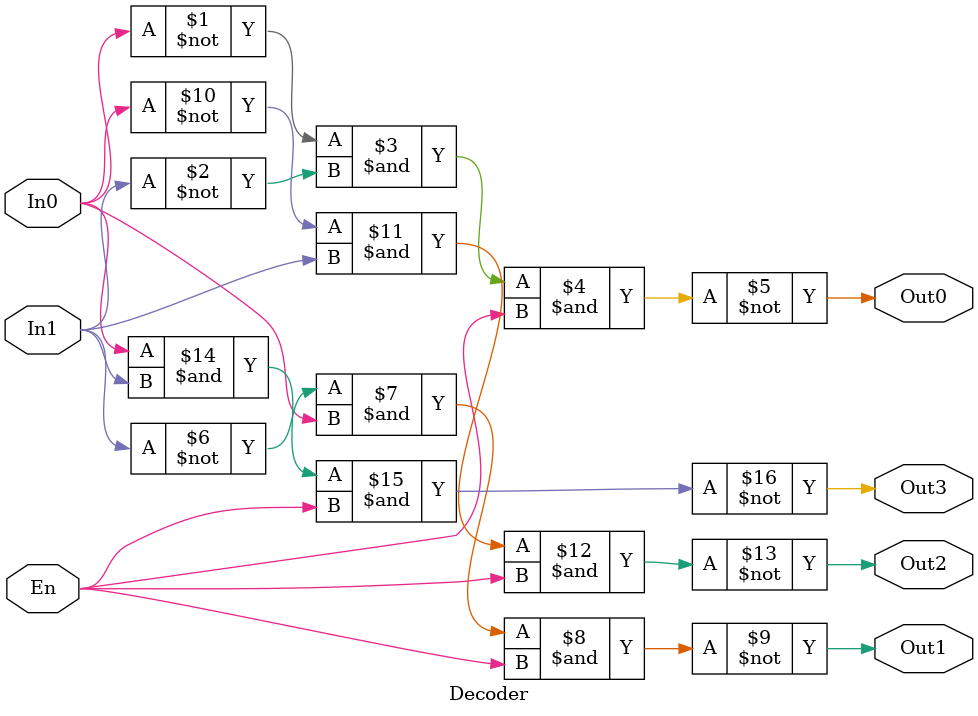
<source format=v>
`timescale 1ns / 1ps


module Decoder(En,In0,In1,Out0,Out1,Out2,Out3
);
    input En;
    input In0;
    input In1;
    
    output Out0;
    output Out1;
    output Out2;
    output Out3;
    
    assign Out0 = ~((~In0)&(~In1)&En);
     assign Out1 = ~((~In1) &In0&En);
     assign Out2 = ~((~In0)&In1&En);
     assign Out3 = ~(In0&In1&En);
     

endmodule

</source>
